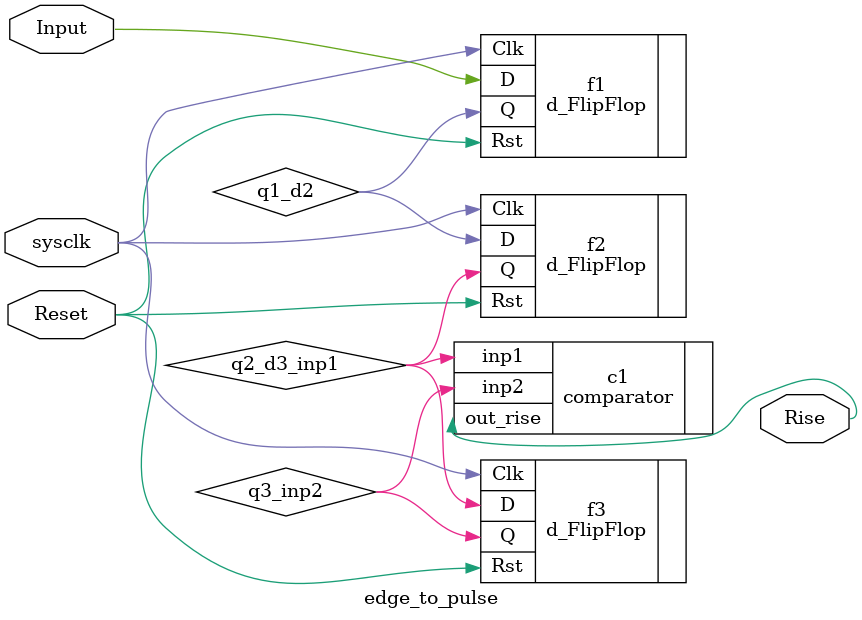
<source format=v>
`timescale 1ns / 1ps


module edge_to_pulse(
    input Input,// input signal to be synchoronized and detect its edges 
    input sysclk,//clk that the input will be synchoronzed with 
    input Reset,//reset system 
    output Rise// 1 if rise edge detected in the synchornized signal
    );
    //define wires to conect flip flops with each other 
    wire q1_d2,q2_d3_inp1,q3_inp2;
   //first two flip flops to synchoronize the signal
    d_FlipFlop f1(.Clk(sysclk),.Rst(Reset),.D(Input),.Q(q1_d2));
    d_FlipFlop f2(.Clk(sysclk),.Rst(Reset),.D(q1_d2),.Q(q2_d3_inp1));
    //get the current value of the synchoronized signal from the output of FF2
    //get the previous value of the synchoronized signal from the output of FF3
    d_FlipFlop f3(.Clk(sysclk),.Rst(Reset),.D(q2_d3_inp1),.Q(q3_inp2));
    //insert the current value and the previous value of the signal for detecting rise and fall 
    comparator c1(.inp1(q2_d3_inp1),.inp2(q3_inp2),.out_rise(Rise));
    
endmodule



</source>
